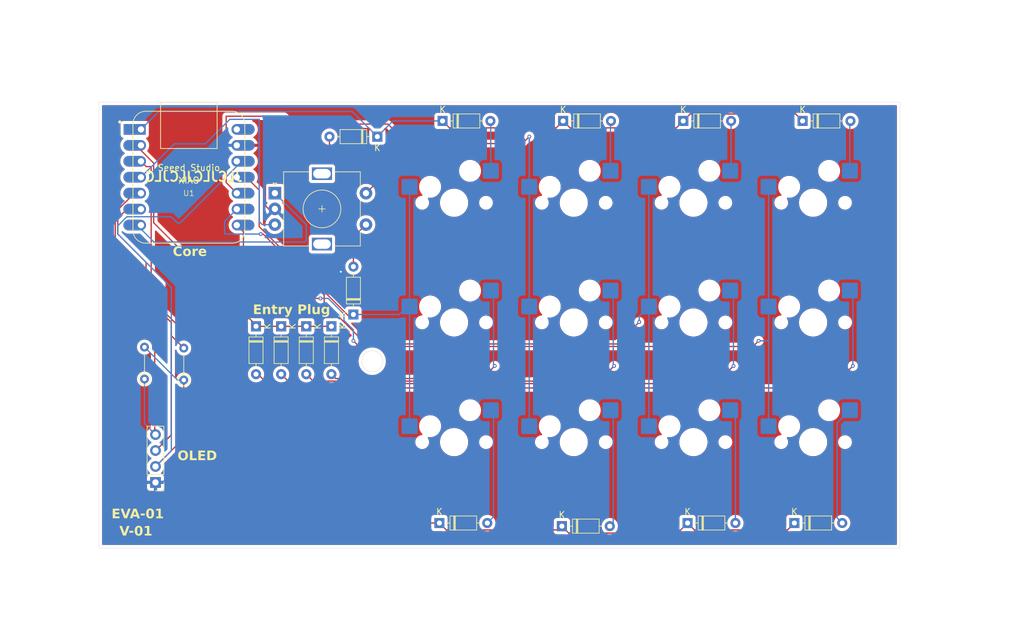
<source format=kicad_pcb>
(kicad_pcb (version 20240108) (generator "pcbnew") (generator_version "8.0")
  (layers (0 "F.Cu" signal) (31 "B.Cu" signal) (34 "B.Paste" user) (35 "F.Paste" user) (36 "B.SilkS" user "B.Silkscreen") (37 "F.SilkS" user "F.Silkscreen") (38 "B.Mask" user) (39 "F.Mask" user) (44 "Edge.Cuts" user))
  (net 0 "")
  (net 1 "Net-(D1-A)")
  (net 2 "Row 0")
  (net 3 "Net-(D2-A)")
  (net 4 "Net-(D3-A)")
  (net 5 "Net-(D4-A)")
  (net 6 "ROTA")
  (net 7 "Net-(D6-A)")
  (net 8 "Row 1")
  (net 9 "Net-(D7-A)")
  (net 10 "Net-(D8-A)")
  (net 11 "Net-(D9-A)")
  (net 12 "Net-(D10-A)")
  (net 13 "Row 2")
  (net 14 "Net-(D11-A)")
  (net 15 "Net-(D12-A)")
  (net 16 "Net-(D13-A)")
  (net 17 "ROT B")
  (net 18 "Col 0")
  (net 19 "VCC")
  (net 20 "GND")
  (net 21 "SDA")
  (net 22 "SCL")
  (net 23 "Col 1")
  (net 24 "Col 2")
  (net 25 "Col 3")
  (net 26 "PIN A")
  (net 27 "PIN B")
  (footprint "Diode_THT:D_DO-35_SOD27_P7.62mm_Horizontal" (layer "F.Cu") (at 188.825 63.175)
    (property "Reference" "D4" (hide yes))
    (property "Value" "1N4148" (hide yes))
    (fp_text user "K" (at 0 -1.8 0) (layer "F.SilkS"))
    (pad "1" thru_hole rect (at 0 0) (size 1.6 1.6) (drill 0.8) (layers "*.Cu" "*.Mask") (net 2 "Row 0"))
    (pad "2" thru_hole oval (at 7.62 0) (size 1.6 1.6) (drill 0.8) (layers "*.Cu" "*.Mask") (net 5 "Net-(D4-A)"))
  )
  (footprint "Diode_THT:D_DO-35_SOD27_P7.62mm_Horizontal" (layer "F.Cu") (at 131.015 127.175)
    (property "Reference" "D10" (hide yes))
    (property "Value" "1N4148" (hide yes))
    (fp_text user "K" (at 0 -1.8 0) (layer "F.SilkS"))
    (pad "1" thru_hole rect (at 0 0) (size 1.6 1.6) (drill 0.8) (layers "*.Cu" "*.Mask") (net 13 "Row 2"))
    (pad "2" thru_hole oval (at 7.62 0) (size 1.6 1.6) (drill 0.8) (layers "*.Cu" "*.Mask") (net 12 "Net-(D10-A)"))
  )
  (footprint "Diode_THT:D_DO-35_SOD27_P7.62mm_Horizontal" (layer "F.Cu") (at 109.825 95.865 -90)
    (property "Reference" "D7" (hide yes))
    (property "Value" "1N4148" (hide yes))
    (fp_text user "K" (at 0 -1.8 90) (layer "F.SilkS"))
    (pad "1" thru_hole rect (at 0 0 270) (size 1.6 1.6) (drill 0.8) (layers "*.Cu" "*.Mask") (net 8 "Row 1"))
    (pad "2" thru_hole oval (at 7.62 0 270) (size 1.6 1.6) (drill 0.8) (layers "*.Cu" "*.Mask") (net 9 "Net-(D7-A)"))
  )
  (footprint "Diode_THT:D_DO-35_SOD27_P7.62mm_Horizontal" (layer "F.Cu") (at 150.515 127.675)
    (property "Reference" "D11" (hide yes))
    (property "Value" "1N4148" (hide yes))
    (fp_text user "K" (at 0 -1.8 0) (layer "F.SilkS"))
    (pad "1" thru_hole rect (at 0 0) (size 1.6 1.6) (drill 0.8) (layers "*.Cu" "*.Mask") (net 13 "Row 2"))
    (pad "2" thru_hole oval (at 7.62 0) (size 1.6 1.6) (drill 0.8) (layers "*.Cu" "*.Mask") (net 14 "Net-(D11-A)"))
  )
  (footprint "Connector_PinHeader_2.54mm:PinHeader_1x04_P2.54mm_Vertical" (layer "F.Cu") (at 85.825 120.715 180)
    (property "Reference" "J1" (hide yes))
    (property "Value" "OLED")
    (pad "1" thru_hole rect (at 0 0 180) (size 1.7 1.7) (drill 1) (layers "*.Cu" "*.Mask") (net 20 "GND"))
    (pad "2" thru_hole oval (at 0 2.54 180) (size 1.7 1.7) (drill 1) (layers "*.Cu" "*.Mask") (net 19 "VCC"))
    (pad "3" thru_hole oval (at 0 5.08 180) (size 1.7 1.7) (drill 1) (layers "*.Cu" "*.Mask") (net 22 "SCL"))
    (pad "4" thru_hole oval (at 0 7.62 180) (size 1.7 1.7) (drill 1) (layers "*.Cu" "*.Mask") (net 21 "SDA"))
  )
  (footprint "Diode_THT:D_DO-35_SOD27_P7.62mm_Horizontal" (layer "F.Cu") (at 187.515 127.175)
    (property "Reference" "D13" (hide yes))
    (property "Value" "1N4148" (hide yes))
    (fp_text user "K" (at 0 -1.8 0) (layer "F.SilkS"))
    (pad "1" thru_hole rect (at 0 0) (size 1.6 1.6) (drill 0.8) (layers "*.Cu" "*.Mask") (net 13 "Row 2"))
    (pad "2" thru_hole oval (at 7.62 0) (size 1.6 1.6) (drill 0.8) (layers "*.Cu" "*.Mask") (net 16 "Net-(D13-A)"))
  )
  (footprint "Diode_THT:D_DO-35_SOD27_P7.62mm_Horizontal" (layer "F.Cu") (at 150.705 63.175)
    (property "Reference" "D2" (hide yes))
    (property "Value" "1N4148" (hide yes))
    (fp_text user "K" (at 0 -1.8 0) (layer "F.SilkS"))
    (pad "1" thru_hole rect (at 0 0) (size 1.6 1.6) (drill 0.8) (layers "*.Cu" "*.Mask") (net 2 "Row 0"))
    (pad "2" thru_hole oval (at 7.62 0) (size 1.6 1.6) (drill 0.8) (layers "*.Cu" "*.Mask") (net 3 "Net-(D2-A)"))
  )
  (footprint "Resistor_THT:R_Axial_DIN0204_L3.6mm_D1.6mm_P5.08mm_Vertical" (layer "F.Cu") (at 90.325 104.415 90)
    (property "Reference" "R2" (hide yes))
    (property "Value" "4.7k")
    (pad "1" thru_hole circle (at 0 0 90) (size 1.4 1.4) (drill 0.7) (layers "*.Cu" "*.Mask") (net 19 "VCC"))
    (pad "2" thru_hole oval (at 5.08 0 90) (size 1.4 1.4) (drill 0.7) (layers "*.Cu" "*.Mask") (net 22 "SCL"))
  )
  (footprint "Diode_THT:D_DO-35_SOD27_P7.62mm_Horizontal" (layer "F.Cu") (at 113.825 95.865 -90)
    (property "Reference" "D6" (hide yes))
    (property "Value" "1N4148" (hide yes))
    (fp_text user "K" (at 0 -1.8 90) (layer "F.SilkS"))
    (pad "1" thru_hole rect (at 0 0 270) (size 1.6 1.6) (drill 0.8) (layers "*.Cu" "*.Mask") (net 8 "Row 1"))
    (pad "2" thru_hole oval (at 7.62 0 270) (size 1.6 1.6) (drill 0.8) (layers "*.Cu" "*.Mask") (net 7 "Net-(D6-A)"))
  )
  (footprint "Rotary_Encoder:RotaryEncoder_Alps_EC11E-Switch_Vertical_H20mm" (layer "F.Cu") (at 104.825 74.675)
    (property "Reference" "SW5" (hide yes))
    (property "Value" "RotaryEncoder_Switch" (hide yes))
    (pad "A" thru_hole rect (at 0 0) (size 2 2) (drill 1) (layers "*.Cu" "*.Mask") (net 26 "PIN A"))
    (pad "B" thru_hole circle (at 0 5) (size 2 2) (drill 1) (layers "*.Cu" "*.Mask") (net 27 "PIN B"))
    (pad "C" thru_hole circle (at 0 2.5) (size 2 2) (drill 1) (layers "*.Cu" "*.Mask") (net 20 "GND"))
    (pad "MP" thru_hole rect (at 7.5 -3.1) (size 3.2 2) (drill oval 2.8 1.5) (layers "*.Cu" "*.Mask"))
    (pad "MP" thru_hole rect (at 7.5 8.1) (size 3.2 2) (drill oval 2.8 1.5) (layers "*.Cu" "*.Mask"))
    (pad "S1" thru_hole circle (at 14.5 5) (size 2 2) (drill 1) (layers "*.Cu" "*.Mask") (net 17 "ROT B"))
    (pad "S2" thru_hole circle (at 14.5 0) (size 2 2) (drill 1) (layers "*.Cu" "*.Mask") (net 6 "ROTA"))
  )
  (footprint "Diode_THT:D_DO-35_SOD27_P7.62mm_Horizontal" (layer "F.Cu") (at 101.825 95.865 -90)
    (property "Reference" "D9" (hide yes))
    (property "Value" "1N4148" (hide yes))
    (fp_text user "K" (at 0 -1.8 90) (layer "F.SilkS"))
    (pad "1" thru_hole rect (at 0 0 270) (size 1.6 1.6) (drill 0.8) (layers "*.Cu" "*.Mask") (net 8 "Row 1"))
    (pad "2" thru_hole oval (at 7.62 0 270) (size 1.6 1.6) (drill 0.8) (layers "*.Cu" "*.Mask") (net 11 "Net-(D9-A)"))
  )
  (footprint "Diode_THT:D_DO-35_SOD27_P7.62mm_Horizontal" (layer "F.Cu") (at 131.515 63.175)
    (property "Reference" "D1" (hide yes))
    (property "Value" "1N4148" (hide yes))
    (fp_text user "K" (at 0 -1.8 0) (layer "F.SilkS"))
    (pad "1" thru_hole rect (at 0 0) (size 1.6 1.6) (drill 0.8) (layers "*.Cu" "*.Mask") (net 2 "Row 0"))
    (pad "2" thru_hole oval (at 7.62 0) (size 1.6 1.6) (drill 0.8) (layers "*.Cu" "*.Mask") (net 1 "Net-(D1-A)"))
  )
  (footprint "Resistor_THT:R_Axial_DIN0204_L3.6mm_D1.6mm_P5.08mm_Vertical" (layer "F.Cu") (at 84.075 104.255 90)
    (property "Reference" "R1" (hide yes))
    (property "Value" "4.7k")
    (pad "1" thru_hole circle (at 0 0 90) (size 1.4 1.4) (drill 0.7) (layers "*.Cu" "*.Mask") (net 21 "SDA"))
    (pad "2" thru_hole oval (at 5.08 0 90) (size 1.4 1.4) (drill 0.7) (layers "*.Cu" "*.Mask") (net 19 "VCC"))
  )
  (footprint "Diode_THT:D_DO-35_SOD27_P7.62mm_Horizontal" (layer "F.Cu") (at 169.825 63.175)
    (property "Reference" "D3" (hide yes))
    (property "Value" "1N4148" (hide yes))
    (fp_text user "K" (at 0 -1.8 0) (layer "F.SilkS"))
    (pad "1" thru_hole rect (at 0 0) (size 1.6 1.6) (drill 0.8) (layers "*.Cu" "*.Mask") (net 2 "Row 0"))
    (pad "2" thru_hole oval (at 7.62 0) (size 1.6 1.6) (drill 0.8) (layers "*.Cu" "*.Mask") (net 4 "Net-(D3-A)"))
  )
  (footprint "Diode_THT:D_DO-35_SOD27_P7.62mm_Horizontal" (layer "F.Cu") (at 117.325 93.985 90)
    (property "Reference" "D14" (hide yes))
    (property "Value" "1N4148" (hide yes))
    (fp_text user "K" (at 0 -1.8 -90) (layer "F.SilkS"))
    (pad "1" thru_hole rect (at 0 0 90) (size 1.6 1.6) (drill 0.8) (layers "*.Cu" "*.Mask") (net 18 "Col 0"))
    (pad "2" thru_hole oval (at 7.62 0 90) (size 1.6 1.6) (drill 0.8) (layers "*.Cu" "*.Mask") (net 17 "ROT B"))
  )
  (footprint "Diode_THT:D_DO-35_SOD27_P7.62mm_Horizontal" (layer "F.Cu") (at 105.825 95.865 -90)
    (property "Reference" "D8" (hide yes))
    (property "Value" "1N4148" (hide yes))
    (fp_text user "K" (at 0 -1.8 90) (layer "F.SilkS"))
    (pad "1" thru_hole rect (at 0 0 270) (size 1.6 1.6) (drill 0.8) (layers "*.Cu" "*.Mask") (net 8 "Row 1"))
    (pad "2" thru_hole oval (at 7.62 0 270) (size 1.6 1.6) (drill 0.8) (layers "*.Cu" "*.Mask") (net 10 "Net-(D8-A)"))
  )
  (footprint "Diode_THT:D_DO-35_SOD27_P7.62mm_Horizontal" (layer "F.Cu") (at 121.135 65.675 180)
    (property "Reference" "D5" (hide yes))
    (property "Value" "1N4148" (hide yes))
    (fp_text user "K" (at 0 -1.8 180) (layer "F.SilkS"))
    (pad "1" thru_hole rect (at 0 0 180) (size 1.6 1.6) (drill 0.8) (layers "*.Cu" "*.Mask") (net 2 "Row 0"))
    (pad "2" thru_hole oval (at 7.62 0 180) (size 1.6 1.6) (drill 0.8) (layers "*.Cu" "*.Mask") (net 6 "ROTA"))
  )
  (footprint "Seeed Studio XIAO Series Library:XIAO-Generic-Hybrid-14P-2.54-21X17.8MM" (layer "F.Cu") (at 91.1375 72.137015)
    (property "Reference" "U1" (at 0 2.54 0) (layer "F.SilkS") (effects (font (size 0.889 0.889) (thickness 0.1016))))
    (property "Value" "Seeed Studio XIAO SAMD21" (hide yes))
    (fp_text user "XIAO" (at 0 0.5 0) (layer "F.SilkS"))
    (fp_text user "Seeed Studio" (at 0 -1.5 0) (layer "F.SilkS"))
    (pad "1" thru_hole rect (at -7.625 -7.62) (size 3.5 1.7) (drill 1 (offset -1 0)) (layers "*.Cu" "*.Mask") (net 2 "Row 0"))
    (pad "2" thru_hole oval (at -7.625 -5.08) (size 3.6 1.7) (drill 1 (offset -1 0)) (layers "*.Cu" "*.Mask") (net 8 "Row 1"))
    (pad "3" thru_hole oval (at -7.625 -2.54) (size 3.6 1.7) (drill 1 (offset -1 0)) (layers "*.Cu" "*.Mask") (net 13 "Row 2"))
    (pad "4" thru_hole oval (at -7.625 0) (size 3.6 1.7) (drill 1 (offset -1 0)) (layers "*.Cu" "*.Mask") (net 27 "PIN B"))
    (pad "5" thru_hole oval (at -7.625 2.54) (size 3.6 1.7) (drill 1 (offset -1 0)) (layers "*.Cu" "*.Mask") (net 21 "SDA"))
    (pad "6" thru_hole oval (at -7.625 5.08 180) (size 3.6 1.7) (drill 1 (offset 1 0)) (layers "*.Cu" "*.Mask") (net 22 "SCL"))
    (pad "7" thru_hole oval (at -7.625 7.62) (size 3.6 1.7) (drill 1 (offset -1 0)) (layers "*.Cu" "*.Mask") (net 26 "PIN A"))
    (pad "8" thru_hole oval (at 7.625 7.62) (size 3.6 1.7) (drill 1 (offset 1 0)) (layers "*.Cu" "*.Mask") (net 25 "Col 3"))
    (pad "9" thru_hole oval (at 7.625 5.08) (size 3.6 1.7) (drill 1 (offset 1 0)) (layers "*.Cu" "*.Mask") (net 24 "Col 2"))
    (pad "10" thru_hole oval (at 7.625 2.54) (size 3.6 1.7) (drill 1 (offset 1 0)) (layers "*.Cu" "*.Mask") (net 23 "Col 1"))
    (pad "11" thru_hole oval (at 7.625 0) (size 3.7 1.7) (drill 1 (offset 1 0)) (layers "*.Cu" "*.Mask") (net 18 "Col 0"))
    (pad "12" thru_hole oval (at 7.625 -2.54) (size 3.7 1.7) (drill 1 (offset 1 0)) (layers "*.Cu" "*.Mask") (net 19 "VCC"))
    (pad "13" thru_hole oval (at 7.625 -5.08) (size 3.7 1.7) (drill 1 (offset 1 0)) (layers "*.Cu" "*.Mask") (net 20 "GND"))
    (pad "14" thru_hole oval (at 7.625 -7.62) (size 3.7 1.7) (drill 1 (offset 1 0)) (layers "*.Cu" "*.Mask"))
  )
  (footprint "Diode_THT:D_DO-35_SOD27_P7.62mm_Horizontal" (layer "F.Cu") (at 170.515 127.175)
    (property "Reference" "D12" (hide yes))
    (property "Value" "1N4148" (hide yes))
    (fp_text user "K" (at 0 -1.8 0) (layer "F.SilkS"))
    (pad "1" thru_hole rect (at 0 0) (size 1.6 1.6) (drill 0.8) (layers "*.Cu" "*.Mask") (net 13 "Row 2"))
    (pad "2" thru_hole oval (at 7.62 0) (size 1.6 1.6) (drill 0.8) (layers "*.Cu" "*.Mask") (net 15 "Net-(D12-A)"))
  )
  (footprint "MX_Hotswap:MX-Hotswap-1U" (layer "B.Cu") (at 133.35 95.25 180)
    (property "Reference" "SW6" (hide yes))
    (property "Value" "SW_Push_45deg" (hide yes))
    (pad "" np_thru_hole circle (at -5.08 0 228.099) (size 1.7018 1.7018) (drill 1.7018) (layers "F&B.Cu" "*.Mask"))
    (pad "" np_thru_hole circle (at -2.54 5.08 180) (size 3 3) (drill 3) (layers "F&B.Cu" "*.Mask"))
    (pad "" np_thru_hole circle (at 0 0 180) (size 3.9878 3.9878) (drill 3.9878) (layers "F&B.Cu" "*.Mask"))
    (pad "" np_thru_hole circle (at 3.81 2.54 180) (size 3 3) (drill 3) (layers "F&B.Cu" "*.Mask"))
    (pad "" np_thru_hole circle (at 5.08 0 228.099) (size 1.7018 1.7018) (drill 1.7018) (layers "F&B.Cu" "*.Mask"))
    (pad "1" smd roundrect (at 7.085 2.54 180) (size 2.55 2.5) (layers "B.Cu" "B.Paste" "B.Mask") (roundrect_rratio 0.08) (net 18 "Col 0"))
    (pad "2" smd roundrect (at -5.842 5.08 180) (size 2.55 2.5) (layers "B.Cu" "B.Paste" "B.Mask") (roundrect_rratio 0.08) (net 7 "Net-(D6-A)"))
  )
  (footprint "MX_Hotswap:MX-Hotswap-1U" (layer "B.Cu") (at 152.4 76.2 180)
    (property "Reference" "SW2" (hide yes))
    (property "Value" "SW_Push_45deg" (hide yes))
    (pad "" np_thru_hole circle (at -5.08 0 228.099) (size 1.7018 1.7018) (drill 1.7018) (layers "F&B.Cu" "*.Mask"))
    (pad "" np_thru_hole circle (at -2.54 5.08 180) (size 3 3) (drill 3) (layers "F&B.Cu" "*.Mask"))
    (pad "" np_thru_hole circle (at 0 0 180) (size 3.9878 3.9878) (drill 3.9878) (layers "F&B.Cu" "*.Mask"))
    (pad "" np_thru_hole circle (at 3.81 2.54 180) (size 3 3) (drill 3) (layers "F&B.Cu" "*.Mask"))
    (pad "" np_thru_hole circle (at 5.08 0 228.099) (size 1.7018 1.7018) (drill 1.7018) (layers "F&B.Cu" "*.Mask"))
    (pad "1" smd roundrect (at 7.085 2.54 180) (size 2.55 2.5) (layers "B.Cu" "B.Paste" "B.Mask") (roundrect_rratio 0.08) (net 23 "Col 1"))
    (pad "2" smd roundrect (at -5.842 5.08 180) (size 2.55 2.5) (layers "B.Cu" "B.Paste" "B.Mask") (roundrect_rratio 0.08) (net 3 "Net-(D2-A)"))
  )
  (footprint "MX_Hotswap:MX-Hotswap-1U" (layer "B.Cu") (at 190.5 114.3 180)
    (property "Reference" "SW13" (hide yes))
    (property "Value" "SW_Push_45deg" (hide yes))
    (pad "" np_thru_hole circle (at -5.08 0 228.099) (size 1.7018 1.7018) (drill 1.7018) (layers "F&B.Cu" "*.Mask"))
    (pad "" np_thru_hole circle (at -2.54 5.08 180) (size 3 3) (drill 3) (layers "F&B.Cu" "*.Mask"))
    (pad "" np_thru_hole circle (at 0 0 180) (size 3.9878 3.9878) (drill 3.9878) (layers "F&B.Cu" "*.Mask"))
    (pad "" np_thru_hole circle (at 3.81 2.54 180) (size 3 3) (drill 3) (layers "F&B.Cu" "*.Mask"))
    (pad "" np_thru_hole circle (at 5.08 0 228.099) (size 1.7018 1.7018) (drill 1.7018) (layers "F&B.Cu" "*.Mask"))
    (pad "1" smd roundrect (at 7.085 2.54 180) (size 2.55 2.5) (layers "B.Cu" "B.Paste" "B.Mask") (roundrect_rratio 0.08) (net 25 "Col 3"))
    (pad "2" smd roundrect (at -5.842 5.08 180) (size 2.55 2.5) (layers "B.Cu" "B.Paste" "B.Mask") (roundrect_rratio 0.08) (net 16 "Net-(D13-A)"))
  )
  (footprint "MX_Hotswap:MX-Hotswap-1U" (layer "B.Cu") (at 190.5 95.25 180)
    (property "Reference" "SW9" (hide yes))
    (property "Value" "SW_Push_45deg" (hide yes))
    (pad "" np_thru_hole circle (at -5.08 0 228.099) (size 1.7018 1.7018) (drill 1.7018) (layers "F&B.Cu" "*.Mask"))
    (pad "" np_thru_hole circle (at -2.54 5.08 180) (size 3 3) (drill 3) (layers "F&B.Cu" "*.Mask"))
    (pad "" np_thru_hole circle (at 0 0 180) (size 3.9878 3.9878) (drill 3.9878) (layers "F&B.Cu" "*.Mask"))
    (pad "" np_thru_hole circle (at 3.81 2.54 180) (size 3 3) (drill 3) (layers "F&B.Cu" "*.Mask"))
    (pad "" np_thru_hole circle (at 5.08 0 228.099) (size 1.7018 1.7018) (drill 1.7018) (layers "F&B.Cu" "*.Mask"))
    (pad "1" smd roundrect (at 7.085 2.54 180) (size 2.55 2.5) (layers "B.Cu" "B.Paste" "B.Mask") (roundrect_rratio 0.08) (net 25 "Col 3"))
    (pad "2" smd roundrect (at -5.842 5.08 180) (size 2.55 2.5) (layers "B.Cu" "B.Paste" "B.Mask") (roundrect_rratio 0.08) (net 11 "Net-(D9-A)"))
  )
  (footprint "MX_Hotswap:MX-Hotswap-1U" (layer "B.Cu") (at 133.35 76.2 180)
    (property "Reference" "SW1" (hide yes))
    (property "Value" "SW_Push_45deg" (hide yes))
    (pad "" np_thru_hole circle (at -5.08 0 228.099) (size 1.7018 1.7018) (drill 1.7018) (layers "F&B.Cu" "*.Mask"))
    (pad "" np_thru_hole circle (at -2.54 5.08 180) (size 3 3) (drill 3) (layers "F&B.Cu" "*.Mask"))
    (pad "" np_thru_hole circle (at 0 0 180) (size 3.9878 3.9878) (drill 3.9878) (layers "F&B.Cu" "*.Mask"))
    (pad "" np_thru_hole circle (at 3.81 2.54 180) (size 3 3) (drill 3) (layers "F&B.Cu" "*.Mask"))
    (pad "" np_thru_hole circle (at 5.08 0 228.099) (size 1.7018 1.7018) (drill 1.7018) (layers "F&B.Cu" "*.Mask"))
    (pad "1" smd roundrect (at 7.085 2.54 180) (size 2.55 2.5) (layers "B.Cu" "B.Paste" "B.Mask") (roundrect_rratio 0.08) (net 18 "Col 0"))
    (pad "2" smd roundrect (at -5.842 5.08 180) (size 2.55 2.5) (layers "B.Cu" "B.Paste" "B.Mask") (roundrect_rratio 0.08) (net 1 "Net-(D1-A)"))
  )
  (footprint "MX_Hotswap:MX-Hotswap-1U" (layer "B.Cu") (at 133.35 114.3 180)
    (property "Reference" "SW10" (hide yes))
    (property "Value" "SW_Push_45deg" (hide yes))
    (pad "" np_thru_hole circle (at -5.08 0 228.099) (size 1.7018 1.7018) (drill 1.7018) (layers "F&B.Cu" "*.Mask"))
    (pad "" np_thru_hole circle (at -2.54 5.08 180) (size 3 3) (drill 3) (layers "F&B.Cu" "*.Mask"))
    (pad "" np_thru_hole circle (at 0 0 180) (size 3.9878 3.9878) (drill 3.9878) (layers "F&B.Cu" "*.Mask"))
    (pad "" np_thru_hole circle (at 3.81 2.54 180) (size 3 3) (drill 3) (layers "F&B.Cu" "*.Mask"))
    (pad "" np_thru_hole circle (at 5.08 0 228.099) (size 1.7018 1.7018) (drill 1.7018) (layers "F&B.Cu" "*.Mask"))
    (pad "1" smd roundrect (at 7.085 2.54 180) (size 2.55 2.5) (layers "B.Cu" "B.Paste" "B.Mask") (roundrect_rratio 0.08) (net 18 "Col 0"))
    (pad "2" smd roundrect (at -5.842 5.08 180) (size 2.55 2.5) (layers "B.Cu" "B.Paste" "B.Mask") (roundrect_rratio 0.08) (net 12 "Net-(D10-A)"))
  )
  (footprint "MX_Hotswap:MX-Hotswap-1U" (layer "B.Cu") (at 171.45 76.2 180)
    (property "Reference" "SW3" (hide yes))
    (property "Value" "SW_Push_45deg" (hide yes))
    (pad "" np_thru_hole circle (at -5.08 0 228.099) (size 1.7018 1.7018) (drill 1.7018) (layers "F&B.Cu" "*.Mask"))
    (pad "" np_thru_hole circle (at -2.54 5.08 180) (size 3 3) (drill 3) (layers "F&B.Cu" "*.Mask"))
    (pad "" np_thru_hole circle (at 0 0 180) (size 3.9878 3.9878) (drill 3.9878) (layers "F&B.Cu" "*.Mask"))
    (pad "" np_thru_hole circle (at 3.81 2.54 180) (size 3 3) (drill 3) (layers "F&B.Cu" "*.Mask"))
    (pad "" np_thru_hole circle (at 5.08 0 228.099) (size 1.7018 1.7018) (drill 1.7018) (layers "F&B.Cu" "*.Mask"))
    (pad "1" smd roundrect (at 7.085 2.54 180) (size 2.55 2.5) (layers "B.Cu" "B.Paste" "B.Mask") (roundrect_rratio 0.08) (net 24 "Col 2"))
    (pad "2" smd roundrect (at -5.842 5.08 180) (size 2.55 2.5) (layers "B.Cu" "B.Paste" "B.Mask") (roundrect_rratio 0.08) (net 4 "Net-(D3-A)"))
  )
  (footprint "MX_Hotswap:MX-Hotswap-1U" (layer "B.Cu") (at 171.45 95.25 180)
    (property "Reference" "SW8" (hide yes))
    (property "Value" "SW_Push_45deg" (hide yes))
    (pad "" np_thru_hole circle (at -5.08 0 228.099) (size 1.7018 1.7018) (drill 1.7018) (layers "F&B.Cu" "*.Mask"))
    (pad "" np_thru_hole circle (at -2.54 5.08 180) (size 3 3) (drill 3) (layers "F&B.Cu" "*.Mask"))
    (pad "" np_thru_hole circle (at 0 0 180) (size 3.9878 3.9878) (drill 3.9878) (layers "F&B.Cu" "*.Mask"))
    (pad "" np_thru_hole circle (at 3.81 2.54 180) (size 3 3) (drill 3) (layers "F&B.Cu" "*.Mask"))
    (pad "" np_thru_hole circle (at 5.08 0 228.099) (size 1.7018 1.7018) (drill 1.7018) (layers "F&B.Cu" "*.Mask"))
    (pad "1" smd roundrect (at 7.085 2.54 180) (size 2.55 2.5) (layers "B.Cu" "B.Paste" "B.Mask") (roundrect_rratio 0.08) (net 24 "Col 2"))
    (pad "2" smd roundrect (at -5.842 5.08 180) (size 2.55 2.5) (layers "B.Cu" "B.Paste" "B.Mask") (roundrect_rratio 0.08) (net 10 "Net-(D8-A)"))
  )
  (footprint "MX_Hotswap:MX-Hotswap-1U" (layer "B.Cu") (at 152.4 95.25 180)
    (property "Reference" "SW7" (hide yes))
    (property "Value" "SW_Push_45deg" (hide yes))
    (pad "" np_thru_hole circle (at -5.08 0 228.099) (size 1.7018 1.7018) (drill 1.7018) (layers "F&B.Cu" "*.Mask"))
    (pad "" np_thru_hole circle (at -2.54 5.08 180) (size 3 3) (drill 3) (layers "F&B.Cu" "*.Mask"))
    (pad "" np_thru_hole circle (at 0 0 180) (size 3.9878 3.9878) (drill 3.9878) (layers "F&B.Cu" "*.Mask"))
    (pad "" np_thru_hole circle (at 3.81 2.54 180) (size 3 3) (drill 3) (layers "F&B.Cu" "*.Mask"))
    (pad "" np_thru_hole circle (at 5.08 0 228.099) (size 1.7018 1.7018) (drill 1.7018) (layers "F&B.Cu" "*.Mask"))
    (pad "1" smd roundrect (at 7.085 2.54 180) (size 2.55 2.5) (layers "B.Cu" "B.Paste" "B.Mask") (roundrect_rratio 0.08) (net 23 "Col 1"))
    (pad "2" smd roundrect (at -5.842 5.08 180) (size 2.55 2.5) (layers "B.Cu" "B.Paste" "B.Mask") (roundrect_rratio 0.08) (net 9 "Net-(D7-A)"))
  )
  (footprint "MX_Hotswap:MX-Hotswap-1U" (layer "B.Cu") (at 152.4 114.3 180)
    (property "Reference" "SW11" (hide yes))
    (property "Value" "SW_Push_45deg" (hide yes))
    (pad "" np_thru_hole circle (at -5.08 0 228.099) (size 1.7018 1.7018) (drill 1.7018) (layers "F&B.Cu" "*.Mask"))
    (pad "" np_thru_hole circle (at -2.54 5.08 180) (size 3 3) (drill 3) (layers "F&B.Cu" "*.Mask"))
    (pad "" np_thru_hole circle (at 0 0 180) (size 3.9878 3.9878) (drill 3.9878) (layers "F&B.Cu" "*.Mask"))
    (pad "" np_thru_hole circle (at 3.81 2.54 180) (size 3 3) (drill 3) (layers "F&B.Cu" "*.Mask"))
    (pad "" np_thru_hole circle (at 5.08 0 228.099) (size 1.7018 1.7018) (drill 1.7018) (layers "F&B.Cu" "*.Mask"))
    (pad "1" smd roundrect (at 7.085 2.54 180) (size 2.55 2.5) (layers "B.Cu" "B.Paste" "B.Mask") (roundrect_rratio 0.08) (net 23 "Col 1"))
    (pad "2" smd roundrect (at -5.842 5.08 180) (size 2.55 2.5) (layers "B.Cu" "B.Paste" "B.Mask") (roundrect_rratio 0.08) (net 14 "Net-(D11-A)"))
  )
  (footprint "MX_Hotswap:MX-Hotswap-1U" (layer "B.Cu") (at 190.5 76.2 180)
    (property "Reference" "SW4" (hide yes))
    (property "Value" "SW_Push_45deg" (hide yes))
    (pad "" np_thru_hole circle (at -5.08 0 228.099) (size 1.7018 1.7018) (drill 1.7018) (layers "F&B.Cu" "*.Mask"))
    (pad "" np_thru_hole circle (at -2.54 5.08 180) (size 3 3) (drill 3) (layers "F&B.Cu" "*.Mask"))
    (pad "" np_thru_hole circle (at 0 0 180) (size 3.9878 3.9878) (drill 3.9878) (layers "F&B.Cu" "*.Mask"))
    (pad "" np_thru_hole circle (at 3.81 2.54 180) (size 3 3) (drill 3) (layers "F&B.Cu" "*.Mask"))
    (pad "" np_thru_hole circle (at 5.08 0 228.099) (size 1.7018 1.7018) (drill 1.7018) (layers "F&B.Cu" "*.Mask"))
    (pad "1" smd roundrect (at 7.085 2.54 180) (size 2.55 2.5) (layers "B.Cu" "B.Paste" "B.Mask") (roundrect_rratio 0.08) (net 25 "Col 3"))
    (pad "2" smd roundrect (at -5.842 5.08 180) (size 2.55 2.5) (layers "B.Cu" "B.Paste" "B.Mask") (roundrect_rratio 0.08) (net 5 "Net-(D4-A)"))
  )
  (footprint "MX_Hotswap:MX-Hotswap-1U" (layer "B.Cu") (at 171.45 114.3 180)
    (property "Reference" "SW12" (hide yes))
    (property "Value" "SW_Push_45deg" (hide yes))
    (pad "" np_thru_hole circle (at -5.08 0 228.099) (size 1.7018 1.7018) (drill 1.7018) (layers "F&B.Cu" "*.Mask"))
    (pad "" np_thru_hole circle (at -2.54 5.08 180) (size 3 3) (drill 3) (layers "F&B.Cu" "*.Mask"))
    (pad "" np_thru_hole circle (at 0 0 180) (size 3.9878 3.9878) (drill 3.9878) (layers "F&B.Cu" "*.Mask"))
    (pad "" np_thru_hole circle (at 3.81 2.54 180) (size 3 3) (drill 3) (layers "F&B.Cu" "*.Mask"))
    (pad "" np_thru_hole circle (at 5.08 0 228.099) (size 1.7018 1.7018) (drill 1.7018) (layers "F&B.Cu" "*.Mask"))
    (pad "1" smd roundrect (at 7.085 2.54 180) (size 2.55 2.5) (layers "B.Cu" "B.Paste" "B.Mask") (roundrect_rratio 0.08) (net 24 "Col 2"))
    (pad "2" smd roundrect (at -5.842 5.08 180) (size 2.55 2.5) (layers "B.Cu" "B.Paste" "B.Mask") (roundrect_rratio 0.08) (net 15 "Net-(D12-A)"))
  )
  (gr_circle (center 120.325 101.425) (end 121.825 102.175) (stroke (width 0.05)) (fill none) (layer "Edge.Cuts"))
  (gr_rect (start 76.825 60.175) (end 204.325 131.175) (stroke (width 0.05)) (fill none) (layer "Edge.Cuts"))
  (gr_text "JLCJLCJLCJLC" (at 99.825 72.925 0) (layer "F.SilkS") (effects (font (size 1.5 1.5) (thickness 0.3) (bold yes)) (justify left bottom mirror)))
  (gr_text "Entry Plug" (at 101.325 94.175 0) (layer "F.SilkS") (effects (font (size 1.5 1.5) (thickness 0.3) (bold yes)) (justify left bottom)))
  (gr_text "EVA-01" (at 78.825 126.675 0) (layer "F.SilkS") (effects (font (size 1.5 1.5) (thickness 0.3) (bold yes)) (justify left bottom)))
  (gr_text "OLED" (at 89.325 117.425 0) (layer "F.SilkS") (effects (font (size 1.5 1.5) (thickness 0.3) (bold yes)) (justify left bottom)))
  (gr_text "V-01" (at 80.075 129.425 0) (layer "F.SilkS") (effects (font (size 1.5 1.5) (thickness 0.3) (bold yes)) (justify left bottom)))
  (gr_text "Core" (at 88.575 84.925 0) (layer "F.SilkS") (effects (font (size 1.5 1.5) (thickness 0.3) (bold yes)) (justify left bottom)))
  (segment (start 139.192 71.12) (end 139.192 63.232) (width 0.2) (layer "B.Cu") (net 1))
  (segment (start 139.192 63.232) (end 139.135 63.175) (width 0.2) (layer "B.Cu") (net 1))
  (segment (start 169.825 63.175) (end 168.725 64.275) (width 0.2) (layer "F.Cu") (net 2))
  (segment (start 149.605 64.275) (end 132.615 64.275) (width 0.2) (layer "F.Cu") (net 2))
  (segment (start 150.705 63.175) (end 149.605 64.275) (width 0.2) (layer "F.Cu") (net 2))
  (segment (start 170.925 62.075) (end 169.825 63.175) (width 0.2) (layer "F.Cu") (net 2))
  (segment (start 151.805 64.275) (end 150.705 63.175) (width 0.2) (layer "F.Cu") (net 2))
  (segment (start 168.725 64.275) (end 151.805 64.275) (width 0.2) (layer "F.Cu") (net 2))
  (segment (start 187.725 62.075) (end 170.925 62.075) (width 0.2) (layer "F.Cu") (net 2))
  (segment (start 188.825 63.175) (end 187.725 62.075) (width 0.2) (layer "F.Cu") (net 2))
  (segment (start 132.615 64.275) (end 131.515 63.175) (width 0.2) (layer "F.Cu") (net 2))
  (segment (start 117.135 61.675) (end 101.075 61.675) (width 0.2) (layer "B.Cu") (net 2))
  (segment (start 123.635 63.175) (end 121.135 65.675) (width 0.2) (layer "B.Cu") (net 2))
  (segment (start 86.354515 61.675) (end 83.5125 64.517015) (width 0.2) (layer "B.Cu") (net 2))
  (segment (start 101.123185 61.675) (end 86.354515 61.675) (width 0.2) (layer "B.Cu") (net 2))
  (segment (start 131.515 63.175) (end 123.635 63.175) (width 0.2) (layer "B.Cu") (net 2))
  (segment (start 121.135 65.675) (end 117.135 61.675) (width 0.2) (layer "B.Cu") (net 2))
  (segment (start 158.242 63.258) (end 158.325 63.175) (width 0.2) (layer "B.Cu") (net 3))
  (segment (start 158.242 71.12) (end 158.242 63.258) (width 0.2) (layer "B.Cu") (net 3))
  (segment (start 177.292 71.142) (end 177.325 71.175) (width 0.2) (layer "B.Cu") (net 4))
  (segment (start 177.292 71.12) (end 177.292 71.142) (width 0.2) (layer "B.Cu") (net 4))
  (segment (start 177.445 71.055) (end 177.445 63.175) (width 0.2) (layer "B.Cu") (net 4))
  (segment (start 177.325 71.175) (end 177.445 71.055) (width 0.2) (layer "B.Cu") (net 4))
  (segment (start 196.342 71.12) (end 196.342 63.278) (width 0.2) (layer "B.Cu") (net 5))
  (segment (start 196.342 63.278) (end 196.445 63.175) (width 0.2) (layer "B.Cu") (net 5))
  (segment (start 120.825 68.175) (end 114.825 68.175) (width 0.2) (layer "F.Cu") (net 6))
  (segment (start 114.825 68.175) (end 113.515 66.865) (width 0.2) (layer "F.Cu") (net 6))
  (segment (start 121.075 72.925) (end 121.075 68.425) (width 0.2) (layer "F.Cu") (net 6))
  (segment (start 113.515 66.865) (end 113.515 65.675) (width 0.2) (layer "F.Cu") (net 6))
  (segment (start 119.325 74.675) (end 121.075 72.925) (width 0.2) (layer "F.Cu") (net 6))
  (segment (start 121.075 68.425) (end 120.825 68.175) (width 0.2) (layer "F.Cu") (net 6))
  (segment (start 139.825 102.175) (end 137.825 104.175) (width 0.2) (layer "F.Cu") (net 7))
  (segment (start 114.515 104.175) (end 113.825 103.485) (width 0.2) (layer "F.Cu") (net 7))
  (segment (start 137.825 104.175) (end 114.515 104.175) (width 0.2) (layer "F.Cu") (net 7))
  (via (at 139.825 102.175) (size 0.6) (drill 0.3) (layers "F.Cu" "B.Cu") (net 7))
  (segment (start 139.6309 101.9809) (end 139.825 102.175) (width 0.2) (layer "B.Cu") (net 7))
  (segment (start 139.192 90.17) (end 139.6309 90.6089) (width 0.2) (layer "B.Cu") (net 7))
  (segment (start 139.6309 90.6089) (end 139.6309 101.9809) (width 0.2) (layer "B.Cu") (net 7))
  (segment (start 101.825 95.675) (end 85.5375 79.3875) (width 0.2) (layer "F.Cu") (net 8))
  (segment (start 113.825 95.865) (end 109.825 95.865) (width 0.2) (layer "F.Cu") (net 8))
  (segment (start 105.825 95.865) (end 101.825 95.865) (width 0.2) (layer "F.Cu") (net 8))
  (segment (start 101.825 95.865) (end 101.825 95.675) (width 0.2) (layer "F.Cu") (net 8))
  (segment (start 109.825 95.865) (end 105.825 95.865) (width 0.2) (layer "F.Cu") (net 8))
  (segment (start 85.5375 79.3875) (end 85.5375 69.8875) (width 0.2) (layer "F.Cu") (net 8))
  (segment (start 83.5125 67.8625) (end 83.5125 67.057015) (width 0.2) (layer "F.Cu") (net 8))
  (segment (start 85.5375 69.8875) (end 83.5125 67.8625) (width 0.2) (layer "F.Cu") (net 8))
  (segment (start 109.825 103.485) (end 110.925 104.585) (width 0.2) (layer "F.Cu") (net 9))
  (segment (start 156.415 104.585) (end 158.825 102.175) (width 0.2) (layer "F.Cu") (net 9))
  (segment (start 110.925 104.585) (end 156.415 104.585) (width 0.2) (layer "F.Cu") (net 9))
  (via (at 158.825 102.175) (size 0.6) (drill 0.3) (layers "F.Cu" "B.Cu") (net 9))
  (segment (start 158.6809 90.6089) (end 158.6809 102.0309) (width 0.2) (layer "B.Cu") (net 9))
  (segment (start 158.6809 102.0309) (end 158.825 102.175) (width 0.2) (layer "B.Cu") (net 9))
  (segment (start 158.242 90.17) (end 158.6809 90.6089) (width 0.2) (layer "B.Cu") (net 9))
  (segment (start 177.825 102.175) (end 175.015 104.985) (width 0.2) (layer "F.Cu") (net 10))
  (segment (start 107.325 104.985) (end 105.825 103.485) (width 0.2) (layer "F.Cu") (net 10))
  (segment (start 175.015 104.985) (end 107.325 104.985) (width 0.2) (layer "F.Cu") (net 10))
  (via (at 177.825 102.175) (size 0.6) (drill 0.3) (layers "F.Cu" "B.Cu") (net 10))
  (segment (start 177.825 90.703) (end 177.825 102.175) (width 0.2) (layer "B.Cu") (net 10))
  (segment (start 177.292 90.17) (end 177.825 90.703) (width 0.2) (layer "B.Cu") (net 10))
  (segment (start 101.825 103.485) (end 102.135 103.485) (width 0.2) (layer "F.Cu") (net 11))
  (segment (start 102.135 103.485) (end 104.325 105.675) (width 0.2) (layer "F.Cu") (net 11))
  (segment (start 104.325 105.675) (end 193.325 105.675) (width 0.2) (layer "F.Cu") (net 11))
  (segment (start 193.325 105.675) (end 196.825 102.175) (width 0.2) (layer "F.Cu") (net 11))
  (via (at 196.825 102.175) (size 0.6) (drill 0.3) (layers "F.Cu" "B.Cu") (net 11))
  (segment (start 196.342 90.17) (end 196.825 90.653) (width 0.2) (layer "B.Cu") (net 11))
  (segment (start 196.825 90.653) (end 196.825 102.175) (width 0.2) (layer "B.Cu") (net 11))
  (segment (start 139.6309 126.1791) (end 138.635 127.175) (width 0.2) (layer "B.Cu") (net 12))
  (segment (start 139.6309 109.6589) (end 139.6309 126.1791) (width 0.2) (layer "B.Cu") (net 12))
  (segment (start 139.192 109.22) (end 139.6309 109.6589) (width 0.2) (layer "B.Cu") (net 12))
  (segment (start 86.825 89.13) (end 86.825 93.175) (width 0.2) (layer "F.Cu") (net 13))
  (segment (start 85.1375 87.4425) (end 85.1375 70.4425) (width 0.2) (layer "F.Cu") (net 13))
  (segment (start 187.515 127.175) (end 186.415 128.275) (width 0.2) (layer "F.Cu") (net 13))
  (segment (start 150.515 127.675) (end 149.915 128.275) (width 0.2) (layer "F.Cu") (net 13))
  (segment (start 131.015 127.175) (end 123.959365 127.175) (width 0.2) (layer "F.Cu") (net 13))
  (segment (start 85.1375 87.4425) (end 86.825 89.13) (width 0.2) (layer "F.Cu") (net 13))
  (segment (start 123.959365 127.175) (end 105.459365 108.675) (width 0.2) (layer "F.Cu") (net 13))
  (segment (start 151.615 128.775) (end 150.515 127.675) (width 0.2) (layer "F.Cu") (net 13))
  (segment (start 186.415 128.275) (end 171.615 128.275) (width 0.2) (layer "F.Cu") (net 13))
  (segment (start 149.915 128.275) (end 132.115 128.275) (width 0.2) (layer "F.Cu") (net 13))
  (segment (start 102.325 108.675) (end 86.825 93.175) (width 0.2) (layer "F.Cu") (net 13))
  (segment (start 85.1375 70.4425) (end 84.357985 70.4425) (width 0.2) (layer "F.Cu") (net 13))
  (segment (start 105.459365 108.675) (end 102.325 108.675) (width 0.2) (layer "F.Cu") (net 13))
  (segment (start 168.915 128.775) (end 151.615 128.775) (width 0.2) (layer "F.Cu") (net 13))
  (segment (start 170.515 127.175) (end 168.915 128.775) (width 0.2) (layer "F.Cu") (net 13))
  (segment (start 132.115 128.275) (end 131.015 127.175) (width 0.2) (layer "F.Cu") (net 13))
  (segment (start 171.615 128.275) (end 170.515 127.175) (width 0.2) (layer "F.Cu") (net 13))
  (segment (start 84.357985 70.4425) (end 83.5125 69.597015) (width 0.2) (layer "F.Cu") (net 13))
  (segment (start 158.6809 109.6589) (end 158.6809 127.1291) (width 0.2) (layer "B.Cu") (net 14))
  (segment (start 158.242 109.22) (end 158.6809 109.6589) (width 0.2) (layer "B.Cu") (net 14))
  (segment (start 158.6809 127.1291) (end 158.135 127.675) (width 0.2) (layer "B.Cu") (net 14))
  (segment (start 177.292 109.22) (end 178.135 110.063) (width 0.2) (layer "B.Cu") (net 15))
  (segment (start 178.135 110.063) (end 178.135 127.175) (width 0.2) (layer "B.Cu") (net 15))
  (segment (start 194.325 126.365) (end 195.135 127.175) (width 0.2) (layer "B.Cu") (net 16))
  (segment (start 196.342 109.22) (end 194.325 111.237) (width 0.2) (layer "B.Cu") (net 16))
  (segment (start 194.325 111.237) (end 194.325 126.365) (width 0.2) (layer "B.Cu") (net 16))
  (segment (start 119.325 79.675) (end 117.325 81.675) (width 0.2) (layer "F.Cu") (net 17))
  (segment (start 117.325 81.675) (end 117.325 86.365) (width 0.2) (layer "F.Cu") (net 17))
  (segment (start 102.325 79.982968) (end 102.325 74.175) (width 0.2) (layer "F.Cu") (net 18))
  (segment (start 102.325 74.175) (end 100.287015 72.137015) (width 0.2) (layer "F.Cu") (net 18))
  (segment (start 116.517032 94.175) (end 102.325 79.982968) (width 0.2) (layer "F.Cu") (net 18))
  (segment (start 100.287015 72.137015) (end 98.7625 72.137015) (width 0.2) (layer "F.Cu") (net 18))
  (segment (start 117.325 93.985) (end 117.325 94.175) (width 0.2) (layer "F.Cu") (net 18))
  (segment (start 117.325 94.175) (end 116.517032 94.175) (width 0.2) (layer "F.Cu") (net 18))
  (segment (start 126.265 92.71) (end 125.86 92.71) (width 0.2) (layer "B.Cu") (net 18))
  (segment (start 125.86 92.71) (end 124.585 93.985) (width 0.2) (layer "B.Cu") (net 18))
  (segment (start 126.265 92.71) (end 126.265 111.76) (width 0.2) (layer "B.Cu") (net 18))
  (segment (start 126.265 73.66) (end 126.265 92.71) (width 0.2) (layer "B.Cu") (net 18))
  (segment (start 124.585 93.985) (end 117.325 93.985) (width 0.2) (layer "B.Cu") (net 18))
  (segment (start 90.325 113.675) (end 85.825 118.175) (width 0.2) (layer "F.Cu") (net 19))
  (segment (start 90.325 104.415) (end 90.325 113.675) (width 0.2) (layer "F.Cu") (net 19))
  (segment (start 88.325 103.425) (end 88.325 102.445) (width 0.2) (layer "B.Cu") (net 19))
  (segment (start 89.315 104.415) (end 88.325 103.425) (width 0.2) (layer "B.Cu") (net 19))
  (segment (start 89.3125 79.4125) (end 89.7525 79.4125) (width 0.2) (layer "B.Cu") (net 19))
  (segment (start 90.325 104.415) (end 89.315 104.415) (width 0.2) (layer "B.Cu") (net 19))
  (segment (start 79.825 81.175) (end 79.825 79.868169) (width 0.2) (layer "B.Cu") (net 19))
  (segment (start 79.825 79.868169) (end 81.268169 78.425) (width 0.2) (layer "B.Cu") (net 19))
  (segment (start 89.7525 79.4125) (end 98.7625 70.4025) (width 0.2) (layer "B.Cu") (net 19))
  (segment (start 88.345 89.695) (end 79.825 81.175) (width 0.2) (layer "B.Cu") (net 19))
  (segment (start 88.345 102.425) (end 88.345 89.695) (width 0.2) (layer "B.Cu") (net 19))
  (segment (start 85.825 118.215) (end 88.345 115.695) (width 0.2) (layer "B.Cu") (net 19))
  (segment (start 88.325 78.425) (end 89.3125 79.4125) (width 0.2) (layer "B.Cu") (net 19))
  (segment (start 88.325 103.425) (end 84.075 99.175) (width 0.2) (layer "B.Cu") (net 19))
  (segment (start 88.325 102.445) (end 88.345 102.425) (width 0.2) (layer "B.Cu") (net 19))
  (segment (start 88.345 102.425) (end 88.345 115.695) (width 0.2) (layer "B.Cu") (net 19))
  (segment (start 81.268169 78.425) (end 88.325 78.425) (width 0.2) (layer "B.Cu") (net 19))
  (segment (start 103.825 77.175) (end 103.325 76.675) (width 0.2) (layer "F.Cu") (net 20))
  (segment (start 103.325 67.425) (end 102.957015 67.057015) (width 0.2) (layer "F.Cu") (net 20))
  (segment (start 104.825 77.175) (end 103.825 77.175) (width 0.2) (layer "F.Cu") (net 20))
  (segment (start 108.825 85.175) (end 115.325 85.175) (width 0.2) (layer "F.Cu") (net 20))
  (segment (start 103.325 76.675) (end 103.325 67.425) (width 0.2) (layer "F.Cu") (net 20))
  (segment (start 108.325 84.675) (end 108.825 85.175) (width 0.2) (layer "F.Cu") (net 20))
  (segment (start 108.325 80.675) (end 108.325 84.675) (width 0.2) (layer "F.Cu") (net 20))
  (segment (start 104.825 77.175) (end 108.325 80.675) (width 0.2) (layer "F.Cu") (net 20))
  (segment (start 115.325 85.175) (end 115.325 87.175) (width 0.2) (layer "F.Cu") (net 20))
  (segment (start 102.957015 67.057015) (end 98.7625 67.057015) (width 0.2) (layer "F.Cu") (net 20))
  (via (at 115.325 87.175) (size 0.6) (drill 0.3) (layers "F.Cu" "B.Cu") (net 20))
  (segment (start 86.875 120.755) (end 95.075 112.555) (width 0.2) (layer "B.Cu") (net 20))
  (segment (start 85.825 120.755) (end 86.875 120.755) (width 0.2) (layer "B.Cu") (net 20))
  (segment (start 108.825 93.675) (end 115.325 87.175) (width 0.2) (layer "B.Cu") (net 20))
  (segment (start 95.075 93.675) (end 108.825 93.675) (width 0.2) (layer "B.Cu") (net 20))
  (segment (start 95.075 112.555) (end 95.075 93.675) (width 0.2) (layer "B.Cu") (net 20))
  (segment (start 85.71 112.175) (end 85.71 90.29) (width 0.2) (layer "F.Cu") (net 21))
  (segment (start 79.425 81.775) (end 79.425 77.728169) (width 0.2) (layer "F.Cu") (net 21))
  (segment (start 85.71 113.25) (end 85.71 112.175) (width 0.2) (layer "F.Cu") (net 21))
  (segment (start 85.71 90.29) (end 83.825 88.405) (width 0.2) (layer "F.Cu") (net 21))
  (segment (start 85.71 113.02) (end 85.825 113.135) (width 0.2) (layer "F.Cu") (net 21))
  (segment (start 79.425 77.728169) (end 82.476154 74.677015) (width 0.2) (layer "F.Cu") (net 21))
  (segment (start 85.71 112.175) (end 85.71 113.02) (width 0.2) (layer "F.Cu") (net 21))
  (segment (start 83.825 86.175) (end 79.425 81.775) (width 0.2) (layer "F.Cu") (net 21))
  (segment (start 83.825 88.405) (end 83.825 86.175) (width 0.2) (layer "F.Cu") (net 21))
  (segment (start 82.476154 74.677015) (end 83.5125 74.677015) (width 0.2) (layer "F.Cu") (net 21))
  (segment (start 84.075 104.255) (end 84.075 111.345) (width 0.2) (layer "B.Cu") (net 21))
  (segment (start 84.075 111.345) (end 85.825 113.095) (width 0.2) (layer "B.Cu") (net 21))
  (segment (start 88.325 113.175) (end 88.325 95.425) (width 0.2) (layer "F.Cu") (net 22))
  (segment (start 88.325 95.425) (end 88.325 95.240685) (width 0.2) (layer "F.Cu") (net 22))
  (segment (start 84.325 85.675) (end 79.825 81.175) (width 0.2) (layer "F.Cu") (net 22))
  (segment (start 88.325 95.240685) (end 86.325 93.240685) (width 0.2) (layer "F.Cu") (net 22))
  (segment (start 84.325 87.675) (end 84.325 85.675) (width 0.2) (layer "F.Cu") (net 22))
  (segment (start 79.825 81.175) (end 79.825 78.175) (width 0.2) (layer "F.Cu") (net 22))
  (segment (start 86.325 89.675) (end 84.325 87.675) (width 0.2) (layer "F.Cu") (net 22))
  (segment (start 86.325 93.240685) (end 86.325 89.675) (width 0.2) (layer "F.Cu") (net 22))
  (segment (start 81.282985 77.217015) (end 80.325 78.175) (width 0.2) (layer "F.Cu") (net 22))
  (segment (start 88.325 97.335) (end 88.325 95.425) (width 0.2) (layer "F.Cu") (net 22))
  (segment (start 85.71 115.79) (end 88.325 113.175) (width 0.2) (layer "F.Cu") (net 22))
  (segment (start 80.325 78.175) (end 79.825 78.175) (width 0.2) (layer "F.Cu") (net 22))
  (segment (start 83.5125 77.217015) (end 81.282985 77.217015) (width 0.2) (layer "F.Cu") (net 22))
  (segment (start 88.325 113.175) (end 85.825 115.675) (width 0.2) (layer "F.Cu") (net 22))
  (segment (start 90.325 99.335) (end 88.325 97.335) (width 0.2) (layer "F.Cu") (net 22))
  (segment (start 125.925 66.775) (end 122.825 63.675) (width 0.2) (layer "F.Cu") (net 23))
  (segment (start 106.325 62.425) (end 97.075 62.425) (width 0.2) (layer "F.Cu") (net 23))
  (segment (start 107.575 63.675) (end 106.325 62.425) (width 0.2) (layer "F.Cu") (net 23))
  (segment (start 97.075 62.425) (end 97.075 72.989515) (width 0.2) (layer "F.Cu") (net 23))
  (segment (start 97.075 72.989515) (end 98.7625 74.677015) (width 0.2) (layer "F.Cu") (net 23))
  (segment (start 122.825 63.675) (end 107.575 63.675) (width 0.2) (layer "F.Cu") (net 23))
  (segment (start 145.325 65.675) (end 144.225 66.775) (width 0.2) (layer "F.Cu") (net 23))
  (segment (start 144.225 66.775) (end 125.925 66.775) (width 0.2) (layer "F.Cu") (net 23))
  (via (at 145.325 65.675) (size 0.6) (drill 0.3) (layers "F.Cu" "B.Cu") (net 23))
  (segment (start 145.315 111.76) (end 145.315 92.71) (width 0.2) (layer "B.Cu") (net 23))
  (segment (start 145.315 73.66) (end 145.315 65.685) (width 0.2) (layer "B.Cu") (net 23))
  (segment (start 145.315 92.71) (end 145.315 73.66) (width 0.2) (layer "B.Cu") (net 23))
  (segment (start 145.315 65.685) (end 145.325 65.675) (width 0.2) (layer "B.Cu") (net 23))
  (segment (start 102.951346 81.175) (end 112.675 90.898654) (width 0.2) (layer "F.Cu") (net 24))
  (segment (start 102.575 81.175) (end 102.951346 81.175) (width 0.2) (layer "F.Cu") (net 24))
  (segment (start 112.675 92.025) (end 118.825 98.175) (width 0.2) (layer "F.Cu") (net 24))
  (segment (start 159.325 98.675) (end 162.825 95.175) (width 0.2) (layer "F.Cu") (net 24))
  (segment (start 118.825 98.675) (end 159.325 98.675) (width 0.2) (layer "F.Cu") (net 24))
  (segment (start 112.675 90.898654) (end 112.675 92.025) (width 0.2) (layer "F.Cu") (net 24))
  (segment (start 118.825 98.175) (end 118.825 98.675) (width 0.2) (layer "F.Cu") (net 24))
  (via (at 162.825 95.175) (size 0.6) (drill 0.3) (layers "F.Cu" "B.Cu") (net 24))
  (via (at 102.575 81.175) (size 0.6) (drill 0.3) (layers "F.Cu" "B.Cu") (net 24))
  (segment (start 96.825 79.154515) (end 98.7625 77.217015) (width 0.2) (layer "B.Cu") (net 24))
  (segment (start 164.365 73.66) (end 164.365 92.71) (width 0.2) (layer "B.Cu") (net 24))
  (segment (start 164.365 92.71) (end 164.365 111.76) (width 0.2) (layer "B.Cu") (net 24))
  (segment (start 102.575 81.175) (end 96.825 81.175) (width 0.2) (layer "B.Cu") (net 24))
  (segment (start 164.365 92.71) (end 162.825 94.25) (width 0.2) (layer "B.Cu") (net 24))
  (segment (start 96.825 81.175) (end 96.825 79.154515) (width 0.2) (layer "B.Cu") (net 24))
  (segment (start 162.825 94.25) (end 162.825 95.175) (width 0.2) (layer "B.Cu") (net 24))
  (segment (start 112.075 91.425) (end 106.575 91.425) (width 0.2) (layer "F.Cu") (net 25))
  (segment (start 181.825 98.175) (end 180.925 99.075) (width 0.2) (layer "F.Cu") (net 25))
  (segment (start 99.825 84.675) (end 99.825 80.819515) (width 0.2) (layer "F.Cu") (net 25))
  (segment (start 180.925 99.075) (end 118.225 99.075) (width 0.2) (layer "F.Cu") (net 25))
  (segment (start 99.825 80.819515) (end 98.7625 79.757015) (width 0.2) (layer "F.Cu") (net 25))
  (segment (start 118.225 99.075) (end 117.325 98.175) (width 0.2) (layer "F.Cu") (net 25))
  (segment (start 106.575 91.425) (end 99.825 84.675) (width 0.2) (layer "F.Cu") (net 25))
  (via (at 112.075 91.425) (size 0.6) (drill 0.3) (layers "F.Cu" "B.Cu") (net 25))
  (via (at 117.325 98.175) (size 0.6) (drill 0.3) (layers "F.Cu" "B.Cu") (net 25))
  (via (at 181.825 98.175) (size 0.6) (drill 0.3) (layers "F.Cu" "B.Cu") (net 25))
  (segment (start 115.825 94.925) (end 115.825 93.925) (width 0.2) (layer "B.Cu") (net 25))
  (segment (start 183.415 98.175) (end 181.825 98.175) (width 0.2) (layer "B.Cu") (net 25))
  (segment (start 183.415 92.71) (end 183.415 73.66) (width 0.2) (layer "B.Cu") (net 25))
  (segment (start 117.325 96.425) (end 116.075 95.175) (width 0.2) (layer "B.Cu") (net 25))
  (segment (start 117.325 98.175) (end 117.325 96.425) (width 0.2) (layer "B.Cu") (net 25))
  (segment (start 183.415 111.76) (end 183.415 98.175) (width 0.2) (layer "B.Cu") (net 25))
  (segment (start 115.825 93.925) (end 113.325 91.425) (width 0.2) (layer "B.Cu") (net 25))
  (segment (start 116.075 95.175) (end 115.825 94.925) (width 0.2) (layer "B.Cu") (net 25))
  (segment (start 113.325 91.425) (end 112.075 91.425) (width 0.2) (layer "B.Cu") (net 25))
  (segment (start 183.415 98.175) (end 183.415 92.71) (width 0.2) (layer "B.Cu") (net 25))
  (segment (start 104.825 74.675) (end 109.825 79.675) (width 0.2) (layer "B.Cu") (net 26))
  (segment (start 83.5125 79.757015) (end 83.5125 80.38) (width 0.2) (layer "B.Cu") (net 26))
  (segment (start 83.5125 80.38) (end 85.575 82.4425) (width 0.2) (layer "B.Cu") (net 26))
  (segment (start 109.825 79.675) (end 109.825 82.175) (width 0.2) (layer "B.Cu") (net 26))
  (segment (start 109.5575 82.4425) (end 109.825 82.175) (width 0.2) (layer "B.Cu") (net 26))
  (segment (start 85.575 82.4425) (end 109.5575 82.4425) (width 0.2) (layer "B.Cu") (net 26))
  (segment (start 93.7625 66.8175) (end 88.832015 66.8175) (width 0.2) (layer "B.Cu") (net 27))
  (segment (start 97.655 62.925) (end 93.7625 66.8175) (width 0.2) (layer "B.Cu") (net 27))
  (segment (start 88.832015 66.8175) (end 83.5125 72.137015) (width 0.2) (layer "B.Cu") (net 27))
  (segment (start 102.325 62.925) (end 97.655 62.925) (width 0.2) (layer "B.Cu") (net 27))
  (segment (start 102.825 79.675) (end 102.325 79.175) (width 0.2) (layer "B.Cu") (net 27))
  (segment (start 102.325 79.175) (end 102.325 62.925) (width 0.2) (layer "B.Cu") (net 27))
  (segment (start 104.825 79.675) (end 102.825 79.675) (width 0.2) (layer "B.Cu") (net 27))
  (zone (net 20) (net_name "GND") (layer "F.Cu") (connect_pads (clearance 0.5)) (min_thickness 0.25) (fill yes (thermal_gap 0.5) (thermal_bridge_width 0.5))
    (polygon (pts (xy 74.075 53.175) (xy 213.075 50.925) (xy 206.575 133.175) (xy 70.325 137.675) (xy 74.325 52.925)))
  )
  (zone (net 20) (net_name "GND") (layer "B.Cu") (priority 1) (connect_pads (clearance 0.5)) (min_thickness 0.25) (fill yes (thermal_gap 0.5) (thermal_bridge_width 0.5))
    (polygon (pts (xy 72.575 47.675) (xy 224.075 43.925) (xy 212.575 134.925) (xy 61.075 143.425) (xy 73.075 47.425)))
  )
)
</source>
